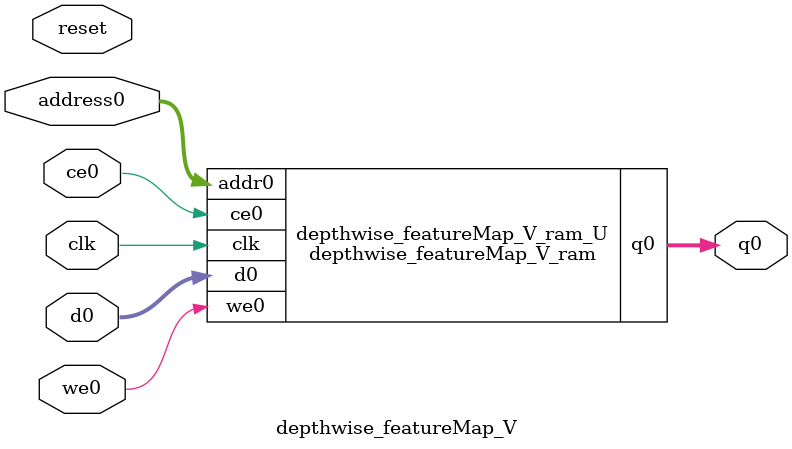
<source format=v>
`timescale 1 ns / 1 ps
module depthwise_featureMap_V_ram (addr0, ce0, d0, we0, q0,  clk);

parameter DWIDTH = 4;
parameter AWIDTH = 18;
parameter MEM_SIZE = 258048;

input[AWIDTH-1:0] addr0;
input ce0;
input[DWIDTH-1:0] d0;
input we0;
output reg[DWIDTH-1:0] q0;
input clk;

reg [DWIDTH-1:0] ram[0:MEM_SIZE-1];




always @(posedge clk)  
begin 
    if (ce0) begin
        if (we0) 
            ram[addr0] <= d0; 
        q0 <= ram[addr0];
    end
end


endmodule

`timescale 1 ns / 1 ps
module depthwise_featureMap_V(
    reset,
    clk,
    address0,
    ce0,
    we0,
    d0,
    q0);

parameter DataWidth = 32'd4;
parameter AddressRange = 32'd258048;
parameter AddressWidth = 32'd18;
input reset;
input clk;
input[AddressWidth - 1:0] address0;
input ce0;
input we0;
input[DataWidth - 1:0] d0;
output[DataWidth - 1:0] q0;



depthwise_featureMap_V_ram depthwise_featureMap_V_ram_U(
    .clk( clk ),
    .addr0( address0 ),
    .ce0( ce0 ),
    .we0( we0 ),
    .d0( d0 ),
    .q0( q0 ));

endmodule


</source>
